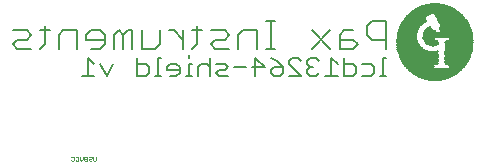
<source format=gbo>
G75*
%MOIN*%
%OFA0B0*%
%FSLAX24Y24*%
%IPPOS*%
%LPD*%
%AMOC8*
5,1,8,0,0,1.08239X$1,22.5*
%
%ADD10C,0.0020*%
%ADD11C,0.0050*%
%ADD12C,0.0080*%
%ADD13R,0.0160X0.0010*%
%ADD14R,0.0360X0.0010*%
%ADD15R,0.0480X0.0010*%
%ADD16R,0.0580X0.0010*%
%ADD17R,0.0660X0.0010*%
%ADD18R,0.0730X0.0010*%
%ADD19R,0.0800X0.0010*%
%ADD20R,0.0860X0.0010*%
%ADD21R,0.0910X0.0010*%
%ADD22R,0.0960X0.0010*%
%ADD23R,0.1010X0.0010*%
%ADD24R,0.1060X0.0010*%
%ADD25R,0.1100X0.0010*%
%ADD26R,0.1140X0.0010*%
%ADD27R,0.1180X0.0010*%
%ADD28R,0.1220X0.0010*%
%ADD29R,0.1260X0.0010*%
%ADD30R,0.1290X0.0010*%
%ADD31R,0.1320X0.0010*%
%ADD32R,0.1360X0.0010*%
%ADD33R,0.1380X0.0010*%
%ADD34R,0.1420X0.0010*%
%ADD35R,0.1440X0.0010*%
%ADD36R,0.1480X0.0010*%
%ADD37R,0.1500X0.0010*%
%ADD38R,0.1530X0.0010*%
%ADD39R,0.1560X0.0010*%
%ADD40R,0.1580X0.0010*%
%ADD41R,0.1610X0.0010*%
%ADD42R,0.1640X0.0010*%
%ADD43R,0.1660X0.0010*%
%ADD44R,0.1680X0.0010*%
%ADD45R,0.1700X0.0010*%
%ADD46R,0.1720X0.0010*%
%ADD47R,0.1750X0.0010*%
%ADD48R,0.1770X0.0010*%
%ADD49R,0.1790X0.0010*%
%ADD50R,0.1810X0.0010*%
%ADD51R,0.1830X0.0010*%
%ADD52R,0.1850X0.0010*%
%ADD53R,0.1870X0.0010*%
%ADD54R,0.1890X0.0010*%
%ADD55R,0.1900X0.0010*%
%ADD56R,0.0490X0.0010*%
%ADD57R,0.0930X0.0010*%
%ADD58R,0.0500X0.0010*%
%ADD59R,0.0940X0.0010*%
%ADD60R,0.0510X0.0010*%
%ADD61R,0.0950X0.0010*%
%ADD62R,0.0520X0.0010*%
%ADD63R,0.0530X0.0010*%
%ADD64R,0.0970X0.0010*%
%ADD65R,0.0980X0.0010*%
%ADD66R,0.0540X0.0010*%
%ADD67R,0.0550X0.0010*%
%ADD68R,0.0990X0.0010*%
%ADD69R,0.0560X0.0010*%
%ADD70R,0.1000X0.0010*%
%ADD71R,0.0570X0.0010*%
%ADD72R,0.1020X0.0010*%
%ADD73R,0.0690X0.0010*%
%ADD74R,0.1130X0.0010*%
%ADD75R,0.0720X0.0010*%
%ADD76R,0.1160X0.0010*%
%ADD77R,0.0740X0.0010*%
%ADD78R,0.0750X0.0010*%
%ADD79R,0.1190X0.0010*%
%ADD80R,0.0770X0.0010*%
%ADD81R,0.1200X0.0010*%
%ADD82R,0.0780X0.0010*%
%ADD83R,0.0790X0.0010*%
%ADD84R,0.1230X0.0010*%
%ADD85R,0.1240X0.0010*%
%ADD86R,0.1250X0.0010*%
%ADD87R,0.0810X0.0010*%
%ADD88R,0.0820X0.0010*%
%ADD89R,0.0830X0.0010*%
%ADD90R,0.1270X0.0010*%
%ADD91R,0.0840X0.0010*%
%ADD92R,0.1280X0.0010*%
%ADD93R,0.0850X0.0010*%
%ADD94R,0.1300X0.0010*%
%ADD95R,0.1310X0.0010*%
%ADD96R,0.0870X0.0010*%
%ADD97R,0.0880X0.0010*%
%ADD98R,0.0890X0.0010*%
%ADD99R,0.1330X0.0010*%
%ADD100R,0.1340X0.0010*%
%ADD101R,0.0900X0.0010*%
%ADD102R,0.1350X0.0010*%
%ADD103R,0.0920X0.0010*%
%ADD104R,0.1370X0.0010*%
%ADD105R,0.0110X0.0010*%
%ADD106R,0.1080X0.0010*%
%ADD107R,0.0060X0.0010*%
%ADD108R,0.1040X0.0010*%
%ADD109R,0.0030X0.0010*%
%ADD110R,0.0070X0.0010*%
%ADD111R,0.0180X0.0010*%
%ADD112R,0.0240X0.0010*%
%ADD113R,0.0280X0.0010*%
%ADD114R,0.0320X0.0010*%
%ADD115R,0.0390X0.0010*%
%ADD116R,0.0410X0.0010*%
%ADD117R,0.0760X0.0010*%
%ADD118R,0.0420X0.0010*%
%ADD119R,0.0430X0.0010*%
%ADD120R,0.0440X0.0010*%
%ADD121R,0.0450X0.0010*%
%ADD122R,0.0460X0.0010*%
%ADD123R,0.0470X0.0010*%
%ADD124R,0.0710X0.0010*%
%ADD125R,0.0700X0.0010*%
%ADD126R,0.0370X0.0010*%
%ADD127R,0.0380X0.0010*%
%ADD128R,0.0680X0.0010*%
%ADD129R,0.1690X0.0010*%
%ADD130R,0.0670X0.0010*%
%ADD131R,0.1670X0.0010*%
%ADD132R,0.1650X0.0010*%
%ADD133R,0.1170X0.0010*%
%ADD134R,0.1150X0.0010*%
%ADD135R,0.1120X0.0010*%
%ADD136R,0.1110X0.0010*%
%ADD137R,0.1090X0.0010*%
%ADD138R,0.1070X0.0010*%
%ADD139R,0.1050X0.0010*%
%ADD140R,0.0400X0.0010*%
%ADD141R,0.0050X0.0010*%
%ADD142R,0.0290X0.0010*%
%ADD143R,0.0270X0.0010*%
%ADD144R,0.0250X0.0010*%
%ADD145R,0.0230X0.0010*%
%ADD146R,0.0220X0.0010*%
%ADD147R,0.0200X0.0010*%
%ADD148R,0.0170X0.0010*%
%ADD149R,0.0150X0.0010*%
%ADD150R,0.0130X0.0010*%
%ADD151R,0.1030X0.0010*%
%ADD152R,0.0080X0.0010*%
%ADD153R,0.0020X0.0010*%
%ADD154R,0.1620X0.0010*%
%ADD155R,0.1600X0.0010*%
%ADD156R,0.1550X0.0010*%
%ADD157R,0.1520X0.0010*%
%ADD158R,0.1470X0.0010*%
%ADD159R,0.1410X0.0010*%
%ADD160R,0.0640X0.0010*%
%ADD161R,0.0310X0.0010*%
D10*
X019260Y014948D02*
X019236Y014972D01*
X019260Y014948D02*
X019307Y014948D01*
X019330Y014972D01*
X019330Y015065D01*
X019307Y015088D01*
X019260Y015088D01*
X019236Y015065D01*
X019384Y015065D02*
X019407Y015088D01*
X019454Y015088D01*
X019477Y015065D01*
X019477Y014972D01*
X019454Y014948D01*
X019407Y014948D01*
X019384Y014972D01*
X019531Y014995D02*
X019531Y015088D01*
X019531Y014995D02*
X019578Y014948D01*
X019625Y014995D01*
X019625Y015088D01*
X019678Y015065D02*
X019678Y015042D01*
X019702Y015018D01*
X019772Y015018D01*
X019826Y014995D02*
X019826Y014972D01*
X019849Y014948D01*
X019896Y014948D01*
X019919Y014972D01*
X019896Y015018D02*
X019849Y015018D01*
X019826Y014995D01*
X019826Y015065D02*
X019849Y015088D01*
X019896Y015088D01*
X019919Y015065D01*
X019919Y015042D01*
X019896Y015018D01*
X019973Y014972D02*
X019973Y015088D01*
X020066Y015088D02*
X020066Y014972D01*
X020043Y014948D01*
X019996Y014948D01*
X019973Y014972D01*
X019772Y014948D02*
X019702Y014948D01*
X019678Y014972D01*
X019678Y014995D01*
X019702Y015018D01*
X019678Y015065D02*
X019702Y015088D01*
X019772Y015088D01*
X019772Y014948D01*
D11*
X019808Y017768D02*
X019808Y018379D01*
X020011Y018175D01*
X020212Y018175D02*
X020415Y017768D01*
X020619Y018175D01*
X021427Y018175D02*
X021732Y018175D01*
X021834Y018074D01*
X021834Y017870D01*
X021732Y017768D01*
X021427Y017768D01*
X021427Y018379D01*
X022138Y018379D02*
X022138Y017768D01*
X022239Y017768D02*
X022036Y017768D01*
X022440Y017972D02*
X022847Y017972D01*
X022847Y018074D02*
X022745Y018175D01*
X022542Y018175D01*
X022440Y018074D01*
X022440Y017972D01*
X022542Y017768D02*
X022745Y017768D01*
X022847Y017870D01*
X022847Y018074D01*
X023150Y018175D02*
X023150Y017768D01*
X023049Y017768D02*
X023252Y017768D01*
X023453Y017768D02*
X023453Y018074D01*
X023555Y018175D01*
X023758Y018175D01*
X023860Y018074D01*
X024061Y018175D02*
X024366Y018175D01*
X024468Y018074D01*
X024366Y017972D01*
X024162Y017972D01*
X024061Y017870D01*
X024162Y017768D01*
X024468Y017768D01*
X024668Y018074D02*
X025075Y018074D01*
X025276Y018074D02*
X025683Y018074D01*
X025378Y018379D01*
X025378Y017768D01*
X025884Y017870D02*
X025884Y017972D01*
X025986Y018074D01*
X026291Y018074D01*
X026291Y017870D01*
X026189Y017768D01*
X025986Y017768D01*
X025884Y017870D01*
X026087Y018277D02*
X026291Y018074D01*
X026491Y018175D02*
X026491Y018277D01*
X026593Y018379D01*
X026797Y018379D01*
X026898Y018277D01*
X027099Y018277D02*
X027099Y018175D01*
X027201Y018074D01*
X027099Y017972D01*
X027099Y017870D01*
X027201Y017768D01*
X027404Y017768D01*
X027506Y017870D01*
X027707Y017768D02*
X028114Y017768D01*
X028315Y017768D02*
X028620Y017768D01*
X028722Y017870D01*
X028722Y018074D01*
X028620Y018175D01*
X028315Y018175D01*
X028114Y018175D02*
X027910Y018379D01*
X027910Y017768D01*
X028315Y017768D02*
X028315Y018379D01*
X028922Y018175D02*
X029228Y018175D01*
X029329Y018074D01*
X029329Y017870D01*
X029228Y017768D01*
X028922Y017768D01*
X029531Y017768D02*
X029735Y017768D01*
X029633Y017768D02*
X029633Y018379D01*
X029735Y018379D01*
X027506Y018277D02*
X027404Y018379D01*
X027201Y018379D01*
X027099Y018277D01*
X027201Y018074D02*
X027303Y018074D01*
X026898Y017768D02*
X026491Y018175D01*
X026087Y018277D02*
X025884Y018379D01*
X026491Y017768D02*
X026898Y017768D01*
X023860Y017768D02*
X023860Y018379D01*
X023252Y018175D02*
X023150Y018175D01*
X023150Y018379D02*
X023150Y018481D01*
X022239Y018379D02*
X022138Y018379D01*
X020011Y017768D02*
X019604Y017768D01*
D12*
X019437Y018683D02*
X019437Y019297D01*
X018977Y019297D01*
X018824Y019144D01*
X018824Y018683D01*
X018363Y018837D02*
X018210Y018683D01*
X018363Y018837D02*
X018363Y019451D01*
X018517Y019297D02*
X018210Y019297D01*
X017903Y019144D02*
X017749Y018990D01*
X017442Y018990D01*
X017289Y018837D01*
X017442Y018683D01*
X017903Y018683D01*
X017903Y019144D02*
X017749Y019297D01*
X017289Y019297D01*
X019744Y019144D02*
X019744Y018990D01*
X020358Y018990D01*
X020358Y018837D02*
X020358Y019144D01*
X020205Y019297D01*
X019898Y019297D01*
X019744Y019144D01*
X019898Y018683D02*
X020205Y018683D01*
X020358Y018837D01*
X020665Y018683D02*
X020665Y019144D01*
X020819Y019297D01*
X020972Y019144D01*
X020972Y018683D01*
X021279Y018683D02*
X021279Y019297D01*
X021126Y019297D01*
X020972Y019144D01*
X021586Y019297D02*
X021586Y018683D01*
X022046Y018683D01*
X022200Y018837D01*
X022200Y019297D01*
X022507Y019297D02*
X022660Y019297D01*
X022967Y018990D01*
X022967Y018683D02*
X022967Y019297D01*
X023274Y019297D02*
X023581Y019297D01*
X023427Y019451D02*
X023427Y018837D01*
X023274Y018683D01*
X023888Y018837D02*
X024041Y018990D01*
X024348Y018990D01*
X024502Y019144D01*
X024348Y019297D01*
X023888Y019297D01*
X023888Y018837D02*
X024041Y018683D01*
X024502Y018683D01*
X024809Y018683D02*
X024809Y019144D01*
X024962Y019297D01*
X025423Y019297D01*
X025423Y018683D01*
X025729Y018683D02*
X026036Y018683D01*
X025883Y018683D02*
X025883Y019604D01*
X026036Y019604D02*
X025729Y019604D01*
X027264Y019297D02*
X027878Y018683D01*
X028185Y018683D02*
X028645Y018683D01*
X028799Y018837D01*
X028645Y018990D01*
X028185Y018990D01*
X028185Y019144D02*
X028185Y018683D01*
X028185Y019144D02*
X028338Y019297D01*
X028645Y019297D01*
X029106Y019144D02*
X029259Y018990D01*
X029720Y018990D01*
X029720Y018683D02*
X029720Y019604D01*
X029259Y019604D01*
X029106Y019451D01*
X029106Y019144D01*
X027878Y019297D02*
X027264Y018683D01*
D13*
X031365Y017603D03*
D14*
X031365Y017613D03*
X031285Y018803D03*
X031155Y018953D03*
X031155Y018963D03*
X031155Y018973D03*
D15*
X031365Y017623D03*
D16*
X031365Y017633D03*
D17*
X031365Y017643D03*
X032075Y018133D03*
X030435Y019133D03*
X030445Y019183D03*
X030445Y019193D03*
X030455Y019223D03*
X030455Y019233D03*
X030465Y019253D03*
X030465Y019263D03*
X030475Y019283D03*
X030485Y019313D03*
D18*
X030580Y019473D03*
X030590Y019483D03*
X030700Y019653D03*
X030820Y019793D03*
X030830Y019803D03*
X030440Y018903D03*
X030440Y018893D03*
X030440Y018883D03*
X031360Y017653D03*
D19*
X031365Y017663D03*
X032085Y018253D03*
X032085Y018263D03*
X030485Y018753D03*
X030665Y019553D03*
X030695Y019603D03*
D20*
X030525Y018683D03*
X031365Y017673D03*
X032115Y018373D03*
X032115Y018383D03*
D21*
X032140Y018503D03*
X032140Y018513D03*
X032140Y018523D03*
X031360Y017683D03*
X030560Y018643D03*
X031800Y019813D03*
X031790Y019823D03*
X031780Y019833D03*
D22*
X031895Y019683D03*
X031905Y019673D03*
X031905Y019663D03*
X031915Y019653D03*
X031935Y019623D03*
X032175Y018903D03*
X032175Y018893D03*
X032175Y018883D03*
X032165Y018853D03*
X032165Y018843D03*
X032165Y018833D03*
X032165Y018823D03*
X032165Y018813D03*
X032165Y018803D03*
X032165Y018793D03*
X032165Y018783D03*
X032165Y018773D03*
X032165Y018763D03*
X032165Y018753D03*
X032165Y018743D03*
X032165Y018733D03*
X030855Y018063D03*
X031365Y017693D03*
D23*
X031360Y017703D03*
X030620Y018593D03*
X032040Y019393D03*
D24*
X032025Y019363D03*
X032035Y019343D03*
X032045Y019333D03*
X032045Y019323D03*
X032055Y019303D03*
X031365Y017713D03*
D25*
X031365Y017723D03*
X030875Y018133D03*
D26*
X031365Y017733D03*
D27*
X031365Y017743D03*
X030885Y018173D03*
D28*
X030875Y018213D03*
X030875Y018223D03*
X031365Y017753D03*
D29*
X031365Y017763D03*
X030855Y018283D03*
X030855Y018293D03*
D30*
X030840Y018343D03*
X030840Y018353D03*
X031360Y017773D03*
D31*
X031365Y017783D03*
X030825Y018413D03*
X030825Y018423D03*
X030825Y018433D03*
X031365Y019993D03*
D32*
X030805Y018553D03*
X030805Y018543D03*
X030805Y018533D03*
X030805Y018523D03*
X031365Y017793D03*
D33*
X031365Y017803D03*
X031365Y019973D03*
D34*
X031365Y017813D03*
D35*
X031365Y017823D03*
X031365Y019953D03*
D36*
X031365Y017833D03*
D37*
X031365Y017843D03*
X031365Y019933D03*
D38*
X031360Y017853D03*
D39*
X031365Y017863D03*
D40*
X031365Y017873D03*
X031365Y019903D03*
D41*
X031360Y017883D03*
D42*
X031365Y017893D03*
D43*
X031365Y017903D03*
X031795Y019163D03*
D44*
X031795Y019103D03*
X031795Y019093D03*
X031795Y019083D03*
X031795Y019073D03*
X031795Y019063D03*
X031795Y019053D03*
X031365Y019863D03*
X031365Y017913D03*
D45*
X031365Y017923D03*
X031365Y019853D03*
D46*
X031365Y017933D03*
D47*
X031360Y017943D03*
D48*
X031360Y017953D03*
D49*
X031360Y017963D03*
D50*
X031360Y017973D03*
D51*
X031360Y017983D03*
D52*
X031360Y017993D03*
D53*
X031360Y018003D03*
D54*
X031360Y018013D03*
D55*
X031365Y018023D03*
D56*
X032080Y018033D03*
D57*
X032150Y018573D03*
X032150Y018583D03*
X032150Y018593D03*
X032150Y018603D03*
X030870Y018033D03*
X030570Y018633D03*
X031820Y019783D03*
X031830Y019773D03*
D58*
X032085Y018043D03*
D59*
X032155Y018613D03*
X032155Y018623D03*
X032155Y018633D03*
X032155Y018643D03*
X032155Y018653D03*
X032175Y018923D03*
X031855Y019743D03*
X031845Y019753D03*
X031835Y019763D03*
X031365Y020083D03*
X030865Y018043D03*
D60*
X032090Y018053D03*
D61*
X032160Y018663D03*
X032160Y018673D03*
X032160Y018683D03*
X032160Y018693D03*
X032160Y018703D03*
X032160Y018713D03*
X032160Y018723D03*
X032180Y018913D03*
X031890Y019693D03*
X031880Y019703D03*
X031870Y019713D03*
X031870Y019723D03*
X031860Y019733D03*
X030580Y018623D03*
X030860Y018053D03*
D62*
X032095Y018063D03*
D63*
X032100Y018073D03*
X032100Y018083D03*
D64*
X030850Y018073D03*
X030590Y018613D03*
X032040Y019433D03*
X032040Y019443D03*
X032030Y019453D03*
X032030Y019463D03*
X032020Y019473D03*
X032020Y019483D03*
X032010Y019493D03*
X032000Y019513D03*
X031990Y019533D03*
X031980Y019553D03*
X031970Y019563D03*
X031960Y019583D03*
X031950Y019593D03*
X031950Y019603D03*
X031940Y019613D03*
X031930Y019633D03*
X031920Y019643D03*
X032170Y018873D03*
X032170Y018863D03*
D65*
X032045Y019423D03*
X032005Y019503D03*
X031995Y019523D03*
X031985Y019543D03*
X031965Y019573D03*
X030845Y018093D03*
X030845Y018083D03*
D66*
X032105Y018093D03*
D67*
X032110Y018103D03*
D68*
X030840Y018103D03*
X030600Y018603D03*
X032040Y019413D03*
D69*
X031365Y020143D03*
X032115Y018113D03*
D70*
X030835Y018113D03*
X032045Y019403D03*
X031365Y020073D03*
D71*
X032110Y018123D03*
D72*
X030835Y018123D03*
D73*
X032070Y018143D03*
X030430Y018973D03*
X030430Y018983D03*
X030430Y018993D03*
X030430Y019003D03*
X030430Y019013D03*
X030430Y019023D03*
X030520Y019383D03*
X030530Y019403D03*
X030710Y019693D03*
X030710Y019703D03*
X030720Y019713D03*
X030750Y019743D03*
D74*
X030880Y018143D03*
D75*
X030435Y018913D03*
X030435Y018923D03*
X030565Y019453D03*
X030575Y019463D03*
X030695Y019663D03*
X030805Y019783D03*
X032065Y018163D03*
X032065Y018153D03*
D76*
X030885Y018153D03*
X030885Y018163D03*
D77*
X030445Y018863D03*
X030445Y018873D03*
X030595Y019493D03*
X030605Y019503D03*
X030695Y019643D03*
X030845Y019813D03*
X032065Y018173D03*
D78*
X032070Y018183D03*
X032070Y018193D03*
X030450Y018843D03*
X030450Y018853D03*
X030620Y019513D03*
X030860Y019823D03*
X030870Y019833D03*
D79*
X030880Y018193D03*
X030880Y018183D03*
D80*
X030470Y018793D03*
X030470Y018803D03*
X030460Y018813D03*
X030640Y019533D03*
X030890Y019843D03*
X032070Y018203D03*
D81*
X030875Y018203D03*
X031365Y020023D03*
D82*
X031365Y020113D03*
X030695Y019623D03*
X030695Y019613D03*
X030475Y018783D03*
X032075Y018223D03*
X032075Y018213D03*
D83*
X032080Y018233D03*
X032080Y018243D03*
X030480Y018763D03*
X030480Y018773D03*
X030650Y019543D03*
D84*
X030870Y018233D03*
D85*
X030865Y018243D03*
X030865Y018253D03*
X031365Y020013D03*
D86*
X030860Y018273D03*
X030860Y018263D03*
D87*
X030490Y018743D03*
X030690Y019593D03*
X032240Y019033D03*
X032240Y019023D03*
X032240Y019013D03*
X032240Y019003D03*
X032240Y018993D03*
X032240Y018983D03*
X032240Y018973D03*
X032240Y018963D03*
X032240Y018953D03*
X032090Y018283D03*
X032090Y018273D03*
D88*
X032095Y018293D03*
X030495Y018733D03*
X030675Y019563D03*
X030695Y019583D03*
D89*
X030690Y019573D03*
X030500Y018723D03*
X032100Y018313D03*
X032100Y018303D03*
D90*
X030850Y018303D03*
X030850Y018313D03*
D91*
X030515Y018703D03*
X030505Y018713D03*
X032105Y018333D03*
X032105Y018323D03*
X031365Y020103D03*
D92*
X031365Y020003D03*
X030845Y018333D03*
X030845Y018323D03*
D93*
X030520Y018693D03*
X032110Y018363D03*
X032110Y018353D03*
X032110Y018343D03*
D94*
X030835Y018363D03*
X030835Y018373D03*
D95*
X030830Y018383D03*
X030830Y018393D03*
X030830Y018403D03*
D96*
X032120Y018403D03*
X032120Y018393D03*
D97*
X032125Y018413D03*
X032125Y018423D03*
X032125Y018433D03*
X030535Y018673D03*
D98*
X030540Y018663D03*
X032130Y018463D03*
X032130Y018453D03*
X032130Y018443D03*
X032200Y018943D03*
D99*
X030820Y018453D03*
X030820Y018443D03*
D100*
X030815Y018463D03*
X030815Y018473D03*
X030815Y018483D03*
X031365Y019983D03*
D101*
X031365Y020093D03*
X030545Y018653D03*
X032135Y018493D03*
X032135Y018483D03*
X032135Y018473D03*
D102*
X030810Y018493D03*
X030810Y018503D03*
X030810Y018513D03*
D103*
X032145Y018533D03*
X032145Y018543D03*
X032145Y018553D03*
X032145Y018563D03*
X032185Y018933D03*
X031815Y019793D03*
X031805Y019803D03*
X031765Y019843D03*
D104*
X030800Y018563D03*
D105*
X031430Y018573D03*
X031170Y019373D03*
D106*
X031365Y020053D03*
X030655Y018573D03*
D107*
X031455Y018583D03*
X031185Y019393D03*
D108*
X032035Y019373D03*
X032075Y019263D03*
X031365Y020063D03*
X030635Y018583D03*
D109*
X031470Y018593D03*
X031370Y019283D03*
D110*
X031290Y018753D03*
D111*
X031285Y018763D03*
X031155Y019333D03*
D112*
X031285Y018773D03*
D113*
X031285Y018783D03*
D114*
X031285Y018793D03*
D115*
X031290Y018813D03*
X031200Y019263D03*
D116*
X031200Y019243D03*
X031280Y018823D03*
D117*
X030455Y018823D03*
X030455Y018833D03*
X030625Y019523D03*
X030695Y019633D03*
D118*
X031275Y018833D03*
D119*
X031270Y018843D03*
X031200Y018943D03*
X031200Y019223D03*
X031200Y019233D03*
D120*
X031255Y018863D03*
X031265Y018853D03*
X031365Y020153D03*
D121*
X031200Y019213D03*
X031200Y019203D03*
X031250Y018883D03*
X031250Y018873D03*
D122*
X031245Y018893D03*
X031235Y018913D03*
X031225Y018923D03*
X031215Y018933D03*
X031205Y019193D03*
D123*
X031240Y018903D03*
D124*
X030430Y018933D03*
X030430Y018943D03*
X030430Y018953D03*
X030550Y019433D03*
X030560Y019443D03*
X030700Y019673D03*
X030790Y019773D03*
X031360Y020123D03*
D125*
X030775Y019763D03*
X030765Y019753D03*
X030705Y019683D03*
X030545Y019423D03*
X030535Y019413D03*
X030435Y018963D03*
D126*
X031150Y018983D03*
X031150Y018993D03*
X031150Y019003D03*
X031150Y019013D03*
D127*
X031145Y019023D03*
X031145Y019033D03*
D128*
X030505Y019353D03*
X030505Y019363D03*
X030515Y019373D03*
X030525Y019393D03*
X030495Y019333D03*
X030425Y019053D03*
X030425Y019043D03*
X030425Y019033D03*
X030725Y019723D03*
X030735Y019733D03*
D129*
X031800Y019043D03*
D130*
X030500Y019343D03*
X030490Y019323D03*
X030480Y019303D03*
X030480Y019293D03*
X030470Y019273D03*
X030460Y019243D03*
X030450Y019213D03*
X030450Y019203D03*
X030440Y019173D03*
X030440Y019163D03*
X030440Y019153D03*
X030440Y019143D03*
X030430Y019123D03*
X030430Y019113D03*
X030430Y019103D03*
X030430Y019093D03*
X030430Y019083D03*
X030430Y019073D03*
X030430Y019063D03*
D131*
X031790Y019113D03*
X031790Y019123D03*
X031790Y019133D03*
X031790Y019143D03*
X031790Y019153D03*
D132*
X031790Y019173D03*
X031790Y019183D03*
X031360Y019873D03*
D133*
X031360Y020033D03*
X032030Y019193D03*
D134*
X032040Y019203D03*
D135*
X032045Y019213D03*
X031365Y020043D03*
D136*
X032050Y019223D03*
D137*
X032060Y019233D03*
D138*
X032070Y019243D03*
X032030Y019353D03*
D139*
X032050Y019313D03*
X032060Y019293D03*
X032060Y019283D03*
X032070Y019273D03*
X032070Y019253D03*
D140*
X031195Y019253D03*
D141*
X031360Y019273D03*
D142*
X031160Y019273D03*
D143*
X031150Y019283D03*
D144*
X031150Y019293D03*
D145*
X031150Y019303D03*
D146*
X031155Y019313D03*
D147*
X031155Y019323D03*
D148*
X031160Y019343D03*
D149*
X031160Y019353D03*
D150*
X031170Y019363D03*
D151*
X032040Y019383D03*
D152*
X031175Y019383D03*
D153*
X031195Y019403D03*
X031365Y020173D03*
D154*
X031365Y019883D03*
D155*
X031365Y019893D03*
D156*
X031360Y019913D03*
D157*
X031365Y019923D03*
D158*
X031360Y019943D03*
D159*
X031360Y019963D03*
D160*
X031365Y020133D03*
D161*
X031360Y020163D03*
M02*

</source>
